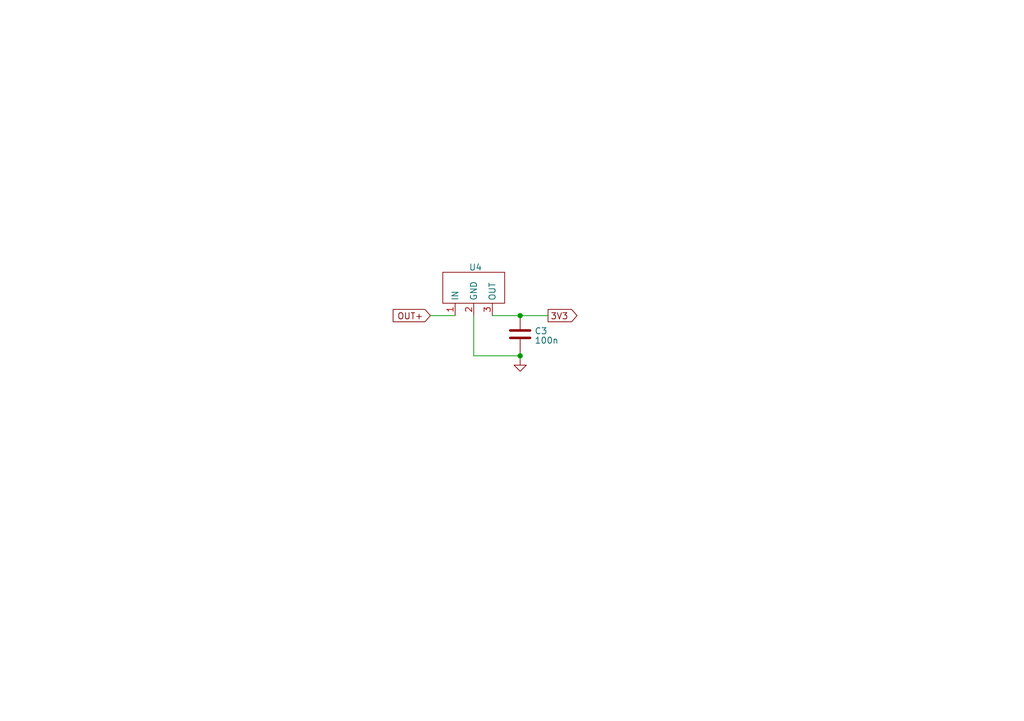
<source format=kicad_sch>
(kicad_sch (version 20230121) (generator eeschema)
  (paper "A5")
  (title_block (title " Low Dropout regulator") (date "2023-11-06") (rev "V0.1") (company "HHS Living Labs"))
  (lib_symbols
    (symbol "Device:C" (pin_numbers hide) (pin_names (offset 0.254))
      (property "Reference" "C" (at 0.635 2.54 0))
      (property "Value" "C" (at 0.635 -2.54 0))
      (symbol "C_0_1"
        (polyline (pts (xy -2.032 -0.762) (xy 2.032 -0.762)) (stroke (width 0.508)))
        (polyline (pts (xy -2.032 0.762) (xy 2.032 0.762)) (stroke (width 0.508)))
      )
      (symbol "C_1_1"
        (pin passive line (at 0 3.81 270) (length 2.794) (name "~") (number "1"))
        (pin passive line (at 0 -3.81 90) (length 2.794) (name "~") (number "2"))
      )
    )
    (symbol "LDO:BA33DD0T-TO220FP"
      (property "Reference" "U4" (at -1.016 2.286 0))
      (property "Value" "~" (at 2.54 1.778 0))
      (symbol "BA33DD0T-TO220FP_0_1"
        (polyline (pts (xy -6.35 1.27) (xy 6.35 1.27) (xy 6.35 -5.08) (xy -6.35 -5.08) (xy -6.35 1.27)))
      )
      (symbol "BA33DD0T-TO220FP_1_1"
        (pin input line (at -3.81 -7.62 90) (length 2.54) (name "IN") (number "1"))
        (pin passive line (at 0 -7.62 90) (length 2.54) (name "GND") (number "2"))
        (pin output line (at 3.81 -7.62 90) (length 2.54) (name "OUT") (number "3"))
      )
    )
    (symbol "power:GND" (power) (pin_names (offset 0))
      (property "Value" "GND" (at 0 -3.81 0))
      (symbol "GND_0_1"
        (polyline (pts (xy 0 0) (xy 0 -1.27) (xy 1.27 -1.27) (xy 0 -2.54) (xy -1.27 -1.27) (xy 0 -1.27)))
      )
      (symbol "GND_1_1"
        (pin power_in line (at 0 0 270) (length 0) hide (name "GND") (number "1"))
      )
    )
  )
  (junction (at 106.68 64.77))
  (junction (at 106.68 73.025))
  (wire (pts (xy 106.68 73.025) (xy 106.68 73.66)))
  (wire (pts (xy 97.155 73.025) (xy 106.68 73.025)))
  (wire (pts (xy 97.155 64.77) (xy 97.155 73.025)))
  (wire (pts (xy 106.68 64.77) (xy 112.395 64.77)))
  (wire (pts (xy 106.68 72.39) (xy 106.68 73.025)))
  (wire (pts (xy 100.965 64.77) (xy 106.68 64.77)))
  (wire (pts (xy 88.265 64.77) (xy 93.345 64.77)))
  (global_label "OUT+" (shape input) (at 88.265 64.77 180) (property "Intersheetrefs" "${INTERSHEET_REFS}" (effects hide)))
  (global_label "3V3" (shape output) (at 112.395 64.77 0) (property "Intersheetrefs" "${INTERSHEET_REFS}" (effects hide)))
  (symbol (lib_id "LDO:BA33DD0T-TO220FP") (at 97.155 57.15 0) (unit 1)
    (property "Reference" "U4" (at 96.139 54.864 0) (effects (justify left)))
    (property "Footprint" "LDO:LDO- TO220FP" (effects hide))
  )
  (symbol (lib_id "power:GND") (at 106.68 73.66 0) (unit 1)
    (property "Reference" "#PWR024" (effects hide))
    (property "Value" "GND" (effects hide))
    (instances (project "PCB-light-challenge" (path "" (reference "#PWR024") (unit 1)) (path "" (reference "#PWR026") (unit 1))))
  )
  (symbol (lib_id "Device:C") (at 106.68 68.58 0) (unit 1)
    (property "Reference" "C3" (at 109.601 67.9363 0) (effects (justify left)))
    (property "Value" "100n" (at 109.601 69.8573 0) (effects (justify left)))
    (instances (project "PCB-light-challenge" (path "" (reference "C3") (unit 1)) (path "" (reference "C5") (unit 1))))
  )
)
</source>
